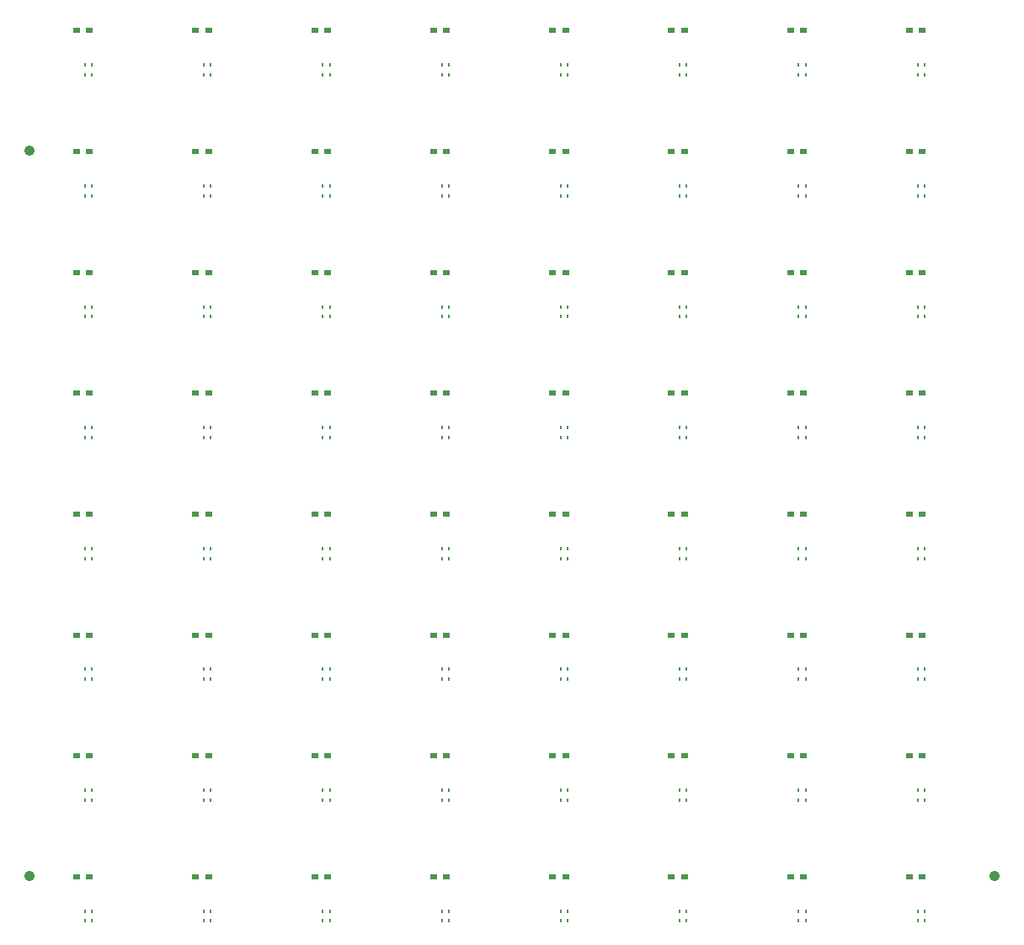
<source format=gbr>
G04 DipTrace 3.0.0.2*
G04 TopPaste.gbr*
%MOIN*%
G04 #@! TF.FileFunction,Paste,Top*
G04 #@! TF.Part,Single*
%ADD40C,0.042126*%
%ADD42R,0.003937X0.045276*%
%ADD44R,0.007874X0.011811*%
%ADD52R,0.009843X0.003937*%
%ADD54R,0.027559X0.019685*%
%FSLAX26Y26*%
G04*
G70*
G90*
G75*
G01*
G04 TopPaste*
%LPD*%
D54*
X638912Y746311D3*
X690093D3*
D52*
X699575Y660654D3*
Y685850D3*
X670047D3*
Y660654D3*
D44*
X671031Y570756D3*
X698591D3*
Y610126D3*
X671031D3*
D42*
X731441Y587795D3*
X751126D3*
X770811D3*
X790496D3*
X810181D3*
Y757087D3*
X790496D3*
X770811D3*
X751126D3*
X731441D3*
D40*
X452756Y748031D3*
X4271654D3*
X452756Y3622047D3*
D54*
X1109778Y746311D3*
X1160959D3*
D52*
X1170441Y660654D3*
Y685850D3*
X1140913D3*
Y660654D3*
D44*
X1141898Y570756D3*
X1169457D3*
Y610126D3*
X1141898D3*
D42*
X1202307Y587795D3*
X1221992D3*
X1241677D3*
X1261362D3*
X1281047D3*
Y757087D3*
X1261362D3*
X1241677D3*
X1221992D3*
X1202307D3*
D54*
X1580644Y746311D3*
X1631825D3*
D52*
X1641307Y660654D3*
Y685850D3*
X1611780D3*
Y660654D3*
D44*
X1612764Y570756D3*
X1640323D3*
Y610126D3*
X1612764D3*
D42*
X1673173Y587795D3*
X1692858D3*
X1712543D3*
X1732228D3*
X1751913D3*
Y757087D3*
X1732228D3*
X1712543D3*
X1692858D3*
X1673173D3*
D54*
X2051510Y746311D3*
X2102692D3*
D52*
X2112173Y660654D3*
Y685850D3*
X2082646D3*
Y660654D3*
D44*
X2083630Y570756D3*
X2111189D3*
Y610126D3*
X2083630D3*
D42*
X2144039Y587795D3*
X2163724D3*
X2183409D3*
X2203094D3*
X2222780D3*
Y757087D3*
X2203094D3*
X2183409D3*
X2163724D3*
X2144039D3*
D54*
X2522377Y746311D3*
X2573558D3*
D52*
X2583039Y660654D3*
Y685850D3*
X2553512D3*
Y660654D3*
D44*
X2554496Y570756D3*
X2582055D3*
Y610126D3*
X2554496D3*
D42*
X2614906Y587795D3*
X2634591D3*
X2654276D3*
X2673961D3*
X2693646D3*
Y757087D3*
X2673961D3*
X2654276D3*
X2634591D3*
X2614906D3*
D54*
X2993243Y746311D3*
X3044424D3*
D52*
X3053906Y660654D3*
Y685850D3*
X3024378D3*
Y660654D3*
D44*
X3025362Y570756D3*
X3052921D3*
Y610126D3*
X3025362D3*
D42*
X3085772Y587795D3*
X3105457D3*
X3125142D3*
X3144827D3*
X3164512D3*
Y757087D3*
X3144827D3*
X3125142D3*
X3105457D3*
X3085772D3*
D54*
X3464109Y746311D3*
X3515290D3*
D52*
X3524772Y660654D3*
Y685850D3*
X3495244D3*
Y660654D3*
D44*
X3496228Y570756D3*
X3523787D3*
Y610126D3*
X3496228D3*
D42*
X3556638Y587795D3*
X3576323D3*
X3596008D3*
X3615693D3*
X3635378D3*
Y757087D3*
X3615693D3*
X3596008D3*
X3576323D3*
X3556638D3*
D54*
X3934975Y746311D3*
X3986156D3*
D52*
X3995638Y660654D3*
Y685850D3*
X3966110D3*
Y660654D3*
D44*
X3967094Y570756D3*
X3994654D3*
Y610126D3*
X3967094D3*
D42*
X4027504Y587795D3*
X4047189D3*
X4066874D3*
X4086559D3*
X4106244D3*
Y757087D3*
X4086559D3*
X4066874D3*
X4047189D3*
X4027504D3*
D54*
X638912Y1225051D3*
X690093D3*
D52*
X699575Y1139394D3*
Y1164591D3*
X670047D3*
Y1139394D3*
D44*
X671031Y1049496D3*
X698591D3*
Y1088866D3*
X671031D3*
D42*
X731441Y1066535D3*
X751126D3*
X770811D3*
X790496D3*
X810181D3*
Y1235827D3*
X790496D3*
X770811D3*
X751126D3*
X731441D3*
D54*
X1109778Y1225051D3*
X1160959D3*
D52*
X1170441Y1139394D3*
Y1164591D3*
X1140913D3*
Y1139394D3*
D44*
X1141898Y1049496D3*
X1169457D3*
Y1088866D3*
X1141898D3*
D42*
X1202307Y1066535D3*
X1221992D3*
X1241677D3*
X1261362D3*
X1281047D3*
Y1235827D3*
X1261362D3*
X1241677D3*
X1221992D3*
X1202307D3*
D54*
X1580644Y1225051D3*
X1631825D3*
D52*
X1641307Y1139394D3*
Y1164591D3*
X1611780D3*
Y1139394D3*
D44*
X1612764Y1049496D3*
X1640323D3*
Y1088866D3*
X1612764D3*
D42*
X1673173Y1066535D3*
X1692858D3*
X1712543D3*
X1732228D3*
X1751913D3*
Y1235827D3*
X1732228D3*
X1712543D3*
X1692858D3*
X1673173D3*
D54*
X2051510Y1225051D3*
X2102692D3*
D52*
X2112173Y1139394D3*
Y1164591D3*
X2082646D3*
Y1139394D3*
D44*
X2083630Y1049496D3*
X2111189D3*
Y1088866D3*
X2083630D3*
D42*
X2144039Y1066535D3*
X2163724D3*
X2183409D3*
X2203094D3*
X2222780D3*
Y1235827D3*
X2203094D3*
X2183409D3*
X2163724D3*
X2144039D3*
D54*
X2522377Y1225051D3*
X2573558D3*
D52*
X2583039Y1139394D3*
Y1164591D3*
X2553512D3*
Y1139394D3*
D44*
X2554496Y1049496D3*
X2582055D3*
Y1088866D3*
X2554496D3*
D42*
X2614906Y1066535D3*
X2634591D3*
X2654276D3*
X2673961D3*
X2693646D3*
Y1235827D3*
X2673961D3*
X2654276D3*
X2634591D3*
X2614906D3*
D54*
X2993243Y1225051D3*
X3044424D3*
D52*
X3053906Y1139394D3*
Y1164591D3*
X3024378D3*
Y1139394D3*
D44*
X3025362Y1049496D3*
X3052921D3*
Y1088866D3*
X3025362D3*
D42*
X3085772Y1066535D3*
X3105457D3*
X3125142D3*
X3144827D3*
X3164512D3*
Y1235827D3*
X3144827D3*
X3125142D3*
X3105457D3*
X3085772D3*
D54*
X3464109Y1225051D3*
X3515290D3*
D52*
X3524772Y1139394D3*
Y1164591D3*
X3495244D3*
Y1139394D3*
D44*
X3496228Y1049496D3*
X3523787D3*
Y1088866D3*
X3496228D3*
D42*
X3556638Y1066535D3*
X3576323D3*
X3596008D3*
X3615693D3*
X3635378D3*
Y1235827D3*
X3615693D3*
X3596008D3*
X3576323D3*
X3556638D3*
D54*
X3934975Y1225051D3*
X3986156D3*
D52*
X3995638Y1139394D3*
Y1164591D3*
X3966110D3*
Y1139394D3*
D44*
X3967094Y1049496D3*
X3994654D3*
Y1088866D3*
X3967094D3*
D42*
X4027504Y1066535D3*
X4047189D3*
X4066874D3*
X4086559D3*
X4106244D3*
Y1235827D3*
X4086559D3*
X4066874D3*
X4047189D3*
X4027504D3*
D54*
X638912Y1703791D3*
X690093D3*
D52*
X699575Y1618134D3*
Y1643331D3*
X670047D3*
Y1618134D3*
D44*
X671031Y1528236D3*
X698591D3*
Y1567606D3*
X671031D3*
D42*
X731441Y1545276D3*
X751126D3*
X770811D3*
X790496D3*
X810181D3*
Y1714567D3*
X790496D3*
X770811D3*
X751126D3*
X731441D3*
D54*
X1109778Y1703791D3*
X1160959D3*
D52*
X1170441Y1618134D3*
Y1643331D3*
X1140913D3*
Y1618134D3*
D44*
X1141898Y1528236D3*
X1169457D3*
Y1567606D3*
X1141898D3*
D42*
X1202307Y1545276D3*
X1221992D3*
X1241677D3*
X1261362D3*
X1281047D3*
Y1714567D3*
X1261362D3*
X1241677D3*
X1221992D3*
X1202307D3*
D54*
X1580644Y1703791D3*
X1631825D3*
D52*
X1641307Y1618134D3*
Y1643331D3*
X1611780D3*
Y1618134D3*
D44*
X1612764Y1528236D3*
X1640323D3*
Y1567606D3*
X1612764D3*
D42*
X1673173Y1545276D3*
X1692858D3*
X1712543D3*
X1732228D3*
X1751913D3*
Y1714567D3*
X1732228D3*
X1712543D3*
X1692858D3*
X1673173D3*
D54*
X2051510Y1703791D3*
X2102692D3*
D52*
X2112173Y1618134D3*
Y1643331D3*
X2082646D3*
Y1618134D3*
D44*
X2083630Y1528236D3*
X2111189D3*
Y1567606D3*
X2083630D3*
D42*
X2144039Y1545276D3*
X2163724D3*
X2183409D3*
X2203094D3*
X2222780D3*
Y1714567D3*
X2203094D3*
X2183409D3*
X2163724D3*
X2144039D3*
D54*
X2522377Y1703791D3*
X2573558D3*
D52*
X2583039Y1618134D3*
Y1643331D3*
X2553512D3*
Y1618134D3*
D44*
X2554496Y1528236D3*
X2582055D3*
Y1567606D3*
X2554496D3*
D42*
X2614906Y1545276D3*
X2634591D3*
X2654276D3*
X2673961D3*
X2693646D3*
Y1714567D3*
X2673961D3*
X2654276D3*
X2634591D3*
X2614906D3*
D54*
X2993243Y1703791D3*
X3044424D3*
D52*
X3053906Y1618134D3*
Y1643331D3*
X3024378D3*
Y1618134D3*
D44*
X3025362Y1528236D3*
X3052921D3*
Y1567606D3*
X3025362D3*
D42*
X3085772Y1545276D3*
X3105457D3*
X3125142D3*
X3144827D3*
X3164512D3*
Y1714567D3*
X3144827D3*
X3125142D3*
X3105457D3*
X3085772D3*
D54*
X3464109Y1703791D3*
X3515290D3*
D52*
X3524772Y1618134D3*
Y1643331D3*
X3495244D3*
Y1618134D3*
D44*
X3496228Y1528236D3*
X3523787D3*
Y1567606D3*
X3496228D3*
D42*
X3556638Y1545276D3*
X3576323D3*
X3596008D3*
X3615693D3*
X3635378D3*
Y1714567D3*
X3615693D3*
X3596008D3*
X3576323D3*
X3556638D3*
D54*
X3934975Y1703791D3*
X3986156D3*
D52*
X3995638Y1618134D3*
Y1643331D3*
X3966110D3*
Y1618134D3*
D44*
X3967094Y1528236D3*
X3994654D3*
Y1567606D3*
X3967094D3*
D42*
X4027504Y1545276D3*
X4047189D3*
X4066874D3*
X4086559D3*
X4106244D3*
Y1714567D3*
X4086559D3*
X4066874D3*
X4047189D3*
X4027504D3*
D54*
X638912Y2182531D3*
X690093D3*
D52*
X699575Y2096874D3*
Y2122071D3*
X670047D3*
Y2096874D3*
D44*
X671031Y2006976D3*
X698591D3*
Y2046346D3*
X671031D3*
D42*
X731441Y2024016D3*
X751126D3*
X770811D3*
X790496D3*
X810181D3*
Y2193307D3*
X790496D3*
X770811D3*
X751126D3*
X731441D3*
D54*
X1109778Y2182531D3*
X1160959D3*
D52*
X1170441Y2096874D3*
Y2122071D3*
X1140913D3*
Y2096874D3*
D44*
X1141898Y2006976D3*
X1169457D3*
Y2046346D3*
X1141898D3*
D42*
X1202307Y2024016D3*
X1221992D3*
X1241677D3*
X1261362D3*
X1281047D3*
Y2193307D3*
X1261362D3*
X1241677D3*
X1221992D3*
X1202307D3*
D54*
X1580644Y2182531D3*
X1631825D3*
D52*
X1641307Y2096874D3*
Y2122071D3*
X1611780D3*
Y2096874D3*
D44*
X1612764Y2006976D3*
X1640323D3*
Y2046346D3*
X1612764D3*
D42*
X1673173Y2024016D3*
X1692858D3*
X1712543D3*
X1732228D3*
X1751913D3*
Y2193307D3*
X1732228D3*
X1712543D3*
X1692858D3*
X1673173D3*
D54*
X2051510Y2182531D3*
X2102692D3*
D52*
X2112173Y2096874D3*
Y2122071D3*
X2082646D3*
Y2096874D3*
D44*
X2083630Y2006976D3*
X2111189D3*
Y2046346D3*
X2083630D3*
D42*
X2144039Y2024016D3*
X2163724D3*
X2183409D3*
X2203094D3*
X2222780D3*
Y2193307D3*
X2203094D3*
X2183409D3*
X2163724D3*
X2144039D3*
D54*
X2522377Y2182531D3*
X2573558D3*
D52*
X2583039Y2096874D3*
Y2122071D3*
X2553512D3*
Y2096874D3*
D44*
X2554496Y2006976D3*
X2582055D3*
Y2046346D3*
X2554496D3*
D42*
X2614906Y2024016D3*
X2634591D3*
X2654276D3*
X2673961D3*
X2693646D3*
Y2193307D3*
X2673961D3*
X2654276D3*
X2634591D3*
X2614906D3*
D54*
X2993243Y2182531D3*
X3044424D3*
D52*
X3053906Y2096874D3*
Y2122071D3*
X3024378D3*
Y2096874D3*
D44*
X3025362Y2006976D3*
X3052921D3*
Y2046346D3*
X3025362D3*
D42*
X3085772Y2024016D3*
X3105457D3*
X3125142D3*
X3144827D3*
X3164512D3*
Y2193307D3*
X3144827D3*
X3125142D3*
X3105457D3*
X3085772D3*
D54*
X3464109Y2182531D3*
X3515290D3*
D52*
X3524772Y2096874D3*
Y2122071D3*
X3495244D3*
Y2096874D3*
D44*
X3496228Y2006976D3*
X3523787D3*
Y2046346D3*
X3496228D3*
D42*
X3556638Y2024016D3*
X3576323D3*
X3596008D3*
X3615693D3*
X3635378D3*
Y2193307D3*
X3615693D3*
X3596008D3*
X3576323D3*
X3556638D3*
D54*
X3934975Y2182531D3*
X3986156D3*
D52*
X3995638Y2096874D3*
Y2122071D3*
X3966110D3*
Y2096874D3*
D44*
X3967094Y2006976D3*
X3994654D3*
Y2046346D3*
X3967094D3*
D42*
X4027504Y2024016D3*
X4047189D3*
X4066874D3*
X4086559D3*
X4106244D3*
Y2193307D3*
X4086559D3*
X4066874D3*
X4047189D3*
X4027504D3*
D54*
X638912Y2661272D3*
X690093D3*
D52*
X699575Y2575614D3*
Y2600811D3*
X670047D3*
Y2575614D3*
D44*
X671031Y2485717D3*
X698591D3*
Y2525087D3*
X671031D3*
D42*
X731441Y2502756D3*
X751126D3*
X770811D3*
X790496D3*
X810181D3*
Y2672047D3*
X790496D3*
X770811D3*
X751126D3*
X731441D3*
D54*
X1109778Y2661272D3*
X1160959D3*
D52*
X1170441Y2575614D3*
Y2600811D3*
X1140913D3*
Y2575614D3*
D44*
X1141898Y2485717D3*
X1169457D3*
Y2525087D3*
X1141898D3*
D42*
X1202307Y2502756D3*
X1221992D3*
X1241677D3*
X1261362D3*
X1281047D3*
Y2672047D3*
X1261362D3*
X1241677D3*
X1221992D3*
X1202307D3*
D54*
X1580644Y2661272D3*
X1631825D3*
D52*
X1641307Y2575614D3*
Y2600811D3*
X1611780D3*
Y2575614D3*
D44*
X1612764Y2485717D3*
X1640323D3*
Y2525087D3*
X1612764D3*
D42*
X1673173Y2502756D3*
X1692858D3*
X1712543D3*
X1732228D3*
X1751913D3*
Y2672047D3*
X1732228D3*
X1712543D3*
X1692858D3*
X1673173D3*
D54*
X2051510Y2661272D3*
X2102692D3*
D52*
X2112173Y2575614D3*
Y2600811D3*
X2082646D3*
Y2575614D3*
D44*
X2083630Y2485717D3*
X2111189D3*
Y2525087D3*
X2083630D3*
D42*
X2144039Y2502756D3*
X2163724D3*
X2183409D3*
X2203094D3*
X2222780D3*
Y2672047D3*
X2203094D3*
X2183409D3*
X2163724D3*
X2144039D3*
D54*
X2522377Y2661272D3*
X2573558D3*
D52*
X2583039Y2575614D3*
Y2600811D3*
X2553512D3*
Y2575614D3*
D44*
X2554496Y2485717D3*
X2582055D3*
Y2525087D3*
X2554496D3*
D42*
X2614906Y2502756D3*
X2634591D3*
X2654276D3*
X2673961D3*
X2693646D3*
Y2672047D3*
X2673961D3*
X2654276D3*
X2634591D3*
X2614906D3*
D54*
X2993243Y2661272D3*
X3044424D3*
D52*
X3053906Y2575614D3*
Y2600811D3*
X3024378D3*
Y2575614D3*
D44*
X3025362Y2485717D3*
X3052921D3*
Y2525087D3*
X3025362D3*
D42*
X3085772Y2502756D3*
X3105457D3*
X3125142D3*
X3144827D3*
X3164512D3*
Y2672047D3*
X3144827D3*
X3125142D3*
X3105457D3*
X3085772D3*
D54*
X3464109Y2661272D3*
X3515290D3*
D52*
X3524772Y2575614D3*
Y2600811D3*
X3495244D3*
Y2575614D3*
D44*
X3496228Y2485717D3*
X3523787D3*
Y2525087D3*
X3496228D3*
D42*
X3556638Y2502756D3*
X3576323D3*
X3596008D3*
X3615693D3*
X3635378D3*
Y2672047D3*
X3615693D3*
X3596008D3*
X3576323D3*
X3556638D3*
D54*
X3934975Y2661272D3*
X3986156D3*
D52*
X3995638Y2575614D3*
Y2600811D3*
X3966110D3*
Y2575614D3*
D44*
X3967094Y2485717D3*
X3994654D3*
Y2525087D3*
X3967094D3*
D42*
X4027504Y2502756D3*
X4047189D3*
X4066874D3*
X4086559D3*
X4106244D3*
Y2672047D3*
X4086559D3*
X4066874D3*
X4047189D3*
X4027504D3*
D54*
X638912Y3140012D3*
X690093D3*
D52*
X699575Y3054354D3*
Y3079551D3*
X670047D3*
Y3054354D3*
D44*
X671031Y2964457D3*
X698591D3*
Y3003827D3*
X671031D3*
D42*
X731441Y2981496D3*
X751126D3*
X770811D3*
X790496D3*
X810181D3*
Y3150787D3*
X790496D3*
X770811D3*
X751126D3*
X731441D3*
D54*
X1109778Y3140012D3*
X1160959D3*
D52*
X1170441Y3054354D3*
Y3079551D3*
X1140913D3*
Y3054354D3*
D44*
X1141898Y2964457D3*
X1169457D3*
Y3003827D3*
X1141898D3*
D42*
X1202307Y2981496D3*
X1221992D3*
X1241677D3*
X1261362D3*
X1281047D3*
Y3150787D3*
X1261362D3*
X1241677D3*
X1221992D3*
X1202307D3*
D54*
X1580644Y3140012D3*
X1631825D3*
D52*
X1641307Y3054354D3*
Y3079551D3*
X1611780D3*
Y3054354D3*
D44*
X1612764Y2964457D3*
X1640323D3*
Y3003827D3*
X1612764D3*
D42*
X1673173Y2981496D3*
X1692858D3*
X1712543D3*
X1732228D3*
X1751913D3*
Y3150787D3*
X1732228D3*
X1712543D3*
X1692858D3*
X1673173D3*
D54*
X2051510Y3140012D3*
X2102692D3*
D52*
X2112173Y3054354D3*
Y3079551D3*
X2082646D3*
Y3054354D3*
D44*
X2083630Y2964457D3*
X2111189D3*
Y3003827D3*
X2083630D3*
D42*
X2144039Y2981496D3*
X2163724D3*
X2183409D3*
X2203094D3*
X2222780D3*
Y3150787D3*
X2203094D3*
X2183409D3*
X2163724D3*
X2144039D3*
D54*
X2522377Y3140012D3*
X2573558D3*
D52*
X2583039Y3054354D3*
Y3079551D3*
X2553512D3*
Y3054354D3*
D44*
X2554496Y2964457D3*
X2582055D3*
Y3003827D3*
X2554496D3*
D42*
X2614906Y2981496D3*
X2634591D3*
X2654276D3*
X2673961D3*
X2693646D3*
Y3150787D3*
X2673961D3*
X2654276D3*
X2634591D3*
X2614906D3*
D54*
X2993243Y3140012D3*
X3044424D3*
D52*
X3053906Y3054354D3*
Y3079551D3*
X3024378D3*
Y3054354D3*
D44*
X3025362Y2964457D3*
X3052921D3*
Y3003827D3*
X3025362D3*
D42*
X3085772Y2981496D3*
X3105457D3*
X3125142D3*
X3144827D3*
X3164512D3*
Y3150787D3*
X3144827D3*
X3125142D3*
X3105457D3*
X3085772D3*
D54*
X3464109Y3140012D3*
X3515290D3*
D52*
X3524772Y3054354D3*
Y3079551D3*
X3495244D3*
Y3054354D3*
D44*
X3496228Y2964457D3*
X3523787D3*
Y3003827D3*
X3496228D3*
D42*
X3556638Y2981496D3*
X3576323D3*
X3596008D3*
X3615693D3*
X3635378D3*
Y3150787D3*
X3615693D3*
X3596008D3*
X3576323D3*
X3556638D3*
D54*
X3934975Y3140012D3*
X3986156D3*
D52*
X3995638Y3054354D3*
Y3079551D3*
X3966110D3*
Y3054354D3*
D44*
X3967094Y2964457D3*
X3994654D3*
Y3003827D3*
X3967094D3*
D42*
X4027504Y2981496D3*
X4047189D3*
X4066874D3*
X4086559D3*
X4106244D3*
Y3150787D3*
X4086559D3*
X4066874D3*
X4047189D3*
X4027504D3*
D54*
X638912Y3618752D3*
X690093D3*
D52*
X699575Y3533094D3*
Y3558291D3*
X670047D3*
Y3533094D3*
D44*
X671031Y3443197D3*
X698591D3*
Y3482567D3*
X671031D3*
D42*
X731441Y3460236D3*
X751126D3*
X770811D3*
X790496D3*
X810181D3*
Y3629528D3*
X790496D3*
X770811D3*
X751126D3*
X731441D3*
D54*
X1109778Y3618752D3*
X1160959D3*
D52*
X1170441Y3533094D3*
Y3558291D3*
X1140913D3*
Y3533094D3*
D44*
X1141898Y3443197D3*
X1169457D3*
Y3482567D3*
X1141898D3*
D42*
X1202307Y3460236D3*
X1221992D3*
X1241677D3*
X1261362D3*
X1281047D3*
Y3629528D3*
X1261362D3*
X1241677D3*
X1221992D3*
X1202307D3*
D54*
X1580644Y3618752D3*
X1631825D3*
D52*
X1641307Y3533094D3*
Y3558291D3*
X1611780D3*
Y3533094D3*
D44*
X1612764Y3443197D3*
X1640323D3*
Y3482567D3*
X1612764D3*
D42*
X1673173Y3460236D3*
X1692858D3*
X1712543D3*
X1732228D3*
X1751913D3*
Y3629528D3*
X1732228D3*
X1712543D3*
X1692858D3*
X1673173D3*
D54*
X2051510Y3618752D3*
X2102692D3*
D52*
X2112173Y3533094D3*
Y3558291D3*
X2082646D3*
Y3533094D3*
D44*
X2083630Y3443197D3*
X2111189D3*
Y3482567D3*
X2083630D3*
D42*
X2144039Y3460236D3*
X2163724D3*
X2183409D3*
X2203094D3*
X2222780D3*
Y3629528D3*
X2203094D3*
X2183409D3*
X2163724D3*
X2144039D3*
D54*
X2522377Y3618752D3*
X2573558D3*
D52*
X2583039Y3533094D3*
Y3558291D3*
X2553512D3*
Y3533094D3*
D44*
X2554496Y3443197D3*
X2582055D3*
Y3482567D3*
X2554496D3*
D42*
X2614906Y3460236D3*
X2634591D3*
X2654276D3*
X2673961D3*
X2693646D3*
Y3629528D3*
X2673961D3*
X2654276D3*
X2634591D3*
X2614906D3*
D54*
X2993243Y3618752D3*
X3044424D3*
D52*
X3053906Y3533094D3*
Y3558291D3*
X3024378D3*
Y3533094D3*
D44*
X3025362Y3443197D3*
X3052921D3*
Y3482567D3*
X3025362D3*
D42*
X3085772Y3460236D3*
X3105457D3*
X3125142D3*
X3144827D3*
X3164512D3*
Y3629528D3*
X3144827D3*
X3125142D3*
X3105457D3*
X3085772D3*
D54*
X3464109Y3618752D3*
X3515290D3*
D52*
X3524772Y3533094D3*
Y3558291D3*
X3495244D3*
Y3533094D3*
D44*
X3496228Y3443197D3*
X3523787D3*
Y3482567D3*
X3496228D3*
D42*
X3556638Y3460236D3*
X3576323D3*
X3596008D3*
X3615693D3*
X3635378D3*
Y3629528D3*
X3615693D3*
X3596008D3*
X3576323D3*
X3556638D3*
D54*
X3934975Y3618752D3*
X3986156D3*
D52*
X3995638Y3533094D3*
Y3558291D3*
X3966110D3*
Y3533094D3*
D44*
X3967094Y3443197D3*
X3994654D3*
Y3482567D3*
X3967094D3*
D42*
X4027504Y3460236D3*
X4047189D3*
X4066874D3*
X4086559D3*
X4106244D3*
Y3629528D3*
X4086559D3*
X4066874D3*
X4047189D3*
X4027504D3*
D54*
X638912Y4097492D3*
X690093D3*
D52*
X699575Y4011835D3*
Y4037031D3*
X670047D3*
Y4011835D3*
D44*
X671031Y3921937D3*
X698591D3*
Y3961307D3*
X671031D3*
D42*
X731441Y3938976D3*
X751126D3*
X770811D3*
X790496D3*
X810181D3*
Y4108268D3*
X790496D3*
X770811D3*
X751126D3*
X731441D3*
D54*
X1109778Y4097492D3*
X1160959D3*
D52*
X1170441Y4011835D3*
Y4037031D3*
X1140913D3*
Y4011835D3*
D44*
X1141898Y3921937D3*
X1169457D3*
Y3961307D3*
X1141898D3*
D42*
X1202307Y3938976D3*
X1221992D3*
X1241677D3*
X1261362D3*
X1281047D3*
Y4108268D3*
X1261362D3*
X1241677D3*
X1221992D3*
X1202307D3*
D54*
X1580644Y4097492D3*
X1631825D3*
D52*
X1641307Y4011835D3*
Y4037031D3*
X1611780D3*
Y4011835D3*
D44*
X1612764Y3921937D3*
X1640323D3*
Y3961307D3*
X1612764D3*
D42*
X1673173Y3938976D3*
X1692858D3*
X1712543D3*
X1732228D3*
X1751913D3*
Y4108268D3*
X1732228D3*
X1712543D3*
X1692858D3*
X1673173D3*
D54*
X2051510Y4097492D3*
X2102692D3*
D52*
X2112173Y4011835D3*
Y4037031D3*
X2082646D3*
Y4011835D3*
D44*
X2083630Y3921937D3*
X2111189D3*
Y3961307D3*
X2083630D3*
D42*
X2144039Y3938976D3*
X2163724D3*
X2183409D3*
X2203094D3*
X2222780D3*
Y4108268D3*
X2203094D3*
X2183409D3*
X2163724D3*
X2144039D3*
D54*
X2522377Y4097492D3*
X2573558D3*
D52*
X2583039Y4011835D3*
Y4037031D3*
X2553512D3*
Y4011835D3*
D44*
X2554496Y3921937D3*
X2582055D3*
Y3961307D3*
X2554496D3*
D42*
X2614906Y3938976D3*
X2634591D3*
X2654276D3*
X2673961D3*
X2693646D3*
Y4108268D3*
X2673961D3*
X2654276D3*
X2634591D3*
X2614906D3*
D54*
X2993243Y4097492D3*
X3044424D3*
D52*
X3053906Y4011835D3*
Y4037031D3*
X3024378D3*
Y4011835D3*
D44*
X3025362Y3921937D3*
X3052921D3*
Y3961307D3*
X3025362D3*
D42*
X3085772Y3938976D3*
X3105457D3*
X3125142D3*
X3144827D3*
X3164512D3*
Y4108268D3*
X3144827D3*
X3125142D3*
X3105457D3*
X3085772D3*
D54*
X3464109Y4097492D3*
X3515290D3*
D52*
X3524772Y4011835D3*
Y4037031D3*
X3495244D3*
Y4011835D3*
D44*
X3496228Y3921937D3*
X3523787D3*
Y3961307D3*
X3496228D3*
D42*
X3556638Y3938976D3*
X3576323D3*
X3596008D3*
X3615693D3*
X3635378D3*
Y4108268D3*
X3615693D3*
X3596008D3*
X3576323D3*
X3556638D3*
D54*
X3934975Y4097492D3*
X3986156D3*
D52*
X3995638Y4011835D3*
Y4037031D3*
X3966110D3*
Y4011835D3*
D44*
X3967094Y3921937D3*
X3994654D3*
Y3961307D3*
X3967094D3*
D42*
X4027504Y3938976D3*
X4047189D3*
X4066874D3*
X4086559D3*
X4106244D3*
Y4108268D3*
X4086559D3*
X4066874D3*
X4047189D3*
X4027504D3*
M02*

</source>
